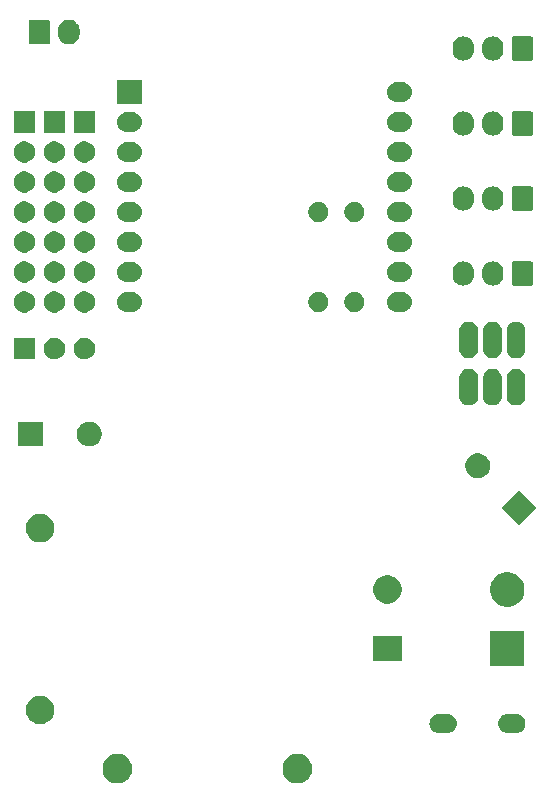
<source format=gts>
G04 #@! TF.GenerationSoftware,KiCad,Pcbnew,5.1.5+dfsg1-2build2*
G04 #@! TF.CreationDate,2020-05-08T13:19:40+02:00*
G04 #@! TF.ProjectId,powered multisensor,706f7765-7265-4642-906d-756c74697365,rev?*
G04 #@! TF.SameCoordinates,Original*
G04 #@! TF.FileFunction,Soldermask,Top*
G04 #@! TF.FilePolarity,Negative*
%FSLAX46Y46*%
G04 Gerber Fmt 4.6, Leading zero omitted, Abs format (unit mm)*
G04 Created by KiCad (PCBNEW 5.1.5+dfsg1-2build2) date 2020-05-08 13:19:40*
%MOMM*%
%LPD*%
G04 APERTURE LIST*
%ADD10C,0.100000*%
G04 APERTURE END LIST*
D10*
G36*
X79104903Y-87697075D02*
G01*
X79332571Y-87791378D01*
X79537466Y-87928285D01*
X79711715Y-88102534D01*
X79848622Y-88307429D01*
X79942925Y-88535097D01*
X79991000Y-88776787D01*
X79991000Y-89023213D01*
X79942925Y-89264903D01*
X79848622Y-89492571D01*
X79711715Y-89697466D01*
X79537466Y-89871715D01*
X79332571Y-90008622D01*
X79332570Y-90008623D01*
X79332569Y-90008623D01*
X79104903Y-90102925D01*
X78863214Y-90151000D01*
X78616786Y-90151000D01*
X78375097Y-90102925D01*
X78147431Y-90008623D01*
X78147430Y-90008623D01*
X78147429Y-90008622D01*
X77942534Y-89871715D01*
X77768285Y-89697466D01*
X77631378Y-89492571D01*
X77537075Y-89264903D01*
X77489000Y-89023213D01*
X77489000Y-88776787D01*
X77537075Y-88535097D01*
X77631378Y-88307429D01*
X77768285Y-88102534D01*
X77942534Y-87928285D01*
X78147429Y-87791378D01*
X78375097Y-87697075D01*
X78616786Y-87649000D01*
X78863214Y-87649000D01*
X79104903Y-87697075D01*
G37*
G36*
X63864903Y-87697075D02*
G01*
X64092571Y-87791378D01*
X64297466Y-87928285D01*
X64471715Y-88102534D01*
X64608622Y-88307429D01*
X64702925Y-88535097D01*
X64751000Y-88776787D01*
X64751000Y-89023213D01*
X64702925Y-89264903D01*
X64608622Y-89492571D01*
X64471715Y-89697466D01*
X64297466Y-89871715D01*
X64092571Y-90008622D01*
X64092570Y-90008623D01*
X64092569Y-90008623D01*
X63864903Y-90102925D01*
X63623214Y-90151000D01*
X63376786Y-90151000D01*
X63135097Y-90102925D01*
X62907431Y-90008623D01*
X62907430Y-90008623D01*
X62907429Y-90008622D01*
X62702534Y-89871715D01*
X62528285Y-89697466D01*
X62391378Y-89492571D01*
X62297075Y-89264903D01*
X62249000Y-89023213D01*
X62249000Y-88776787D01*
X62297075Y-88535097D01*
X62391378Y-88307429D01*
X62528285Y-88102534D01*
X62702534Y-87928285D01*
X62907429Y-87791378D01*
X63135097Y-87697075D01*
X63376786Y-87649000D01*
X63623214Y-87649000D01*
X63864903Y-87697075D01*
G37*
G36*
X91497747Y-84280921D02*
G01*
X91577376Y-84288764D01*
X91730627Y-84335252D01*
X91730630Y-84335253D01*
X91871863Y-84410744D01*
X91995659Y-84512341D01*
X92097256Y-84636137D01*
X92172747Y-84777370D01*
X92172748Y-84777373D01*
X92219236Y-84930624D01*
X92234933Y-85090000D01*
X92219236Y-85249376D01*
X92172748Y-85402627D01*
X92172747Y-85402630D01*
X92097256Y-85543863D01*
X91995659Y-85667659D01*
X91871863Y-85769256D01*
X91730630Y-85844747D01*
X91730627Y-85844748D01*
X91577376Y-85891236D01*
X91497747Y-85899079D01*
X91457934Y-85903000D01*
X90702066Y-85903000D01*
X90662253Y-85899079D01*
X90582624Y-85891236D01*
X90429373Y-85844748D01*
X90429370Y-85844747D01*
X90288137Y-85769256D01*
X90164341Y-85667659D01*
X90062744Y-85543863D01*
X89987253Y-85402630D01*
X89987252Y-85402627D01*
X89940764Y-85249376D01*
X89925067Y-85090000D01*
X89940764Y-84930624D01*
X89987252Y-84777373D01*
X89987253Y-84777370D01*
X90062744Y-84636137D01*
X90164341Y-84512341D01*
X90288137Y-84410744D01*
X90429370Y-84335253D01*
X90429373Y-84335252D01*
X90582624Y-84288764D01*
X90662253Y-84280921D01*
X90702066Y-84277000D01*
X91457934Y-84277000D01*
X91497747Y-84280921D01*
G37*
G36*
X97317747Y-84280921D02*
G01*
X97397376Y-84288764D01*
X97550627Y-84335252D01*
X97550630Y-84335253D01*
X97691863Y-84410744D01*
X97815659Y-84512341D01*
X97917256Y-84636137D01*
X97992747Y-84777370D01*
X97992748Y-84777373D01*
X98039236Y-84930624D01*
X98054933Y-85090000D01*
X98039236Y-85249376D01*
X97992748Y-85402627D01*
X97992747Y-85402630D01*
X97917256Y-85543863D01*
X97815659Y-85667659D01*
X97691863Y-85769256D01*
X97550630Y-85844747D01*
X97550627Y-85844748D01*
X97397376Y-85891236D01*
X97317747Y-85899079D01*
X97277934Y-85903000D01*
X96522066Y-85903000D01*
X96482253Y-85899079D01*
X96402624Y-85891236D01*
X96249373Y-85844748D01*
X96249370Y-85844747D01*
X96108137Y-85769256D01*
X95984341Y-85667659D01*
X95882744Y-85543863D01*
X95807253Y-85402630D01*
X95807252Y-85402627D01*
X95760764Y-85249376D01*
X95745067Y-85090000D01*
X95760764Y-84930624D01*
X95807252Y-84777373D01*
X95807253Y-84777370D01*
X95882744Y-84636137D01*
X95984341Y-84512341D01*
X96108137Y-84410744D01*
X96249370Y-84335253D01*
X96249373Y-84335252D01*
X96402624Y-84288764D01*
X96482253Y-84280921D01*
X96522066Y-84277000D01*
X97277934Y-84277000D01*
X97317747Y-84280921D01*
G37*
G36*
X57310318Y-82785153D02*
G01*
X57528885Y-82875687D01*
X57528887Y-82875688D01*
X57725593Y-83007122D01*
X57892878Y-83174407D01*
X58024312Y-83371113D01*
X58024313Y-83371115D01*
X58114847Y-83589682D01*
X58161000Y-83821710D01*
X58161000Y-84058290D01*
X58114847Y-84290318D01*
X58064964Y-84410745D01*
X58024312Y-84508887D01*
X57892878Y-84705593D01*
X57725593Y-84872878D01*
X57528887Y-85004312D01*
X57528886Y-85004313D01*
X57528885Y-85004313D01*
X57310318Y-85094847D01*
X57078290Y-85141000D01*
X56841710Y-85141000D01*
X56609682Y-85094847D01*
X56391115Y-85004313D01*
X56391114Y-85004313D01*
X56391113Y-85004312D01*
X56194407Y-84872878D01*
X56027122Y-84705593D01*
X55895688Y-84508887D01*
X55855036Y-84410745D01*
X55805153Y-84290318D01*
X55759000Y-84058290D01*
X55759000Y-83821710D01*
X55805153Y-83589682D01*
X55895687Y-83371115D01*
X55895688Y-83371113D01*
X56027122Y-83174407D01*
X56194407Y-83007122D01*
X56391113Y-82875688D01*
X56391115Y-82875687D01*
X56609682Y-82785153D01*
X56841710Y-82739000D01*
X57078290Y-82739000D01*
X57310318Y-82785153D01*
G37*
G36*
X97971000Y-80191000D02*
G01*
X95069000Y-80191000D01*
X95069000Y-77289000D01*
X97971000Y-77289000D01*
X97971000Y-80191000D01*
G37*
G36*
X87561000Y-79791000D02*
G01*
X85159000Y-79791000D01*
X85159000Y-77689000D01*
X87561000Y-77689000D01*
X87561000Y-79791000D01*
G37*
G36*
X96943241Y-72344760D02*
G01*
X97207305Y-72454139D01*
X97444958Y-72612934D01*
X97647066Y-72815042D01*
X97805861Y-73052695D01*
X97915240Y-73316759D01*
X97971000Y-73597088D01*
X97971000Y-73882912D01*
X97915240Y-74163241D01*
X97805861Y-74427305D01*
X97647066Y-74664958D01*
X97444958Y-74867066D01*
X97207305Y-75025861D01*
X96943241Y-75135240D01*
X96662912Y-75191000D01*
X96377088Y-75191000D01*
X96096759Y-75135240D01*
X95832695Y-75025861D01*
X95595042Y-74867066D01*
X95392934Y-74664958D01*
X95234139Y-74427305D01*
X95124760Y-74163241D01*
X95069000Y-73882912D01*
X95069000Y-73597088D01*
X95124760Y-73316759D01*
X95234139Y-73052695D01*
X95392934Y-72815042D01*
X95595042Y-72612934D01*
X95832695Y-72454139D01*
X96096759Y-72344760D01*
X96377088Y-72289000D01*
X96662912Y-72289000D01*
X96943241Y-72344760D01*
G37*
G36*
X86710318Y-72585153D02*
G01*
X86928885Y-72675687D01*
X86928887Y-72675688D01*
X87125593Y-72807122D01*
X87292878Y-72974407D01*
X87345187Y-73052694D01*
X87424313Y-73171115D01*
X87514847Y-73389682D01*
X87561000Y-73621710D01*
X87561000Y-73858290D01*
X87514847Y-74090318D01*
X87484641Y-74163241D01*
X87424312Y-74308887D01*
X87292878Y-74505593D01*
X87125593Y-74672878D01*
X86928887Y-74804312D01*
X86928886Y-74804313D01*
X86928885Y-74804313D01*
X86710318Y-74894847D01*
X86478290Y-74941000D01*
X86241710Y-74941000D01*
X86009682Y-74894847D01*
X85791115Y-74804313D01*
X85791114Y-74804313D01*
X85791113Y-74804312D01*
X85594407Y-74672878D01*
X85427122Y-74505593D01*
X85295688Y-74308887D01*
X85235359Y-74163241D01*
X85205153Y-74090318D01*
X85159000Y-73858290D01*
X85159000Y-73621710D01*
X85205153Y-73389682D01*
X85295687Y-73171115D01*
X85374813Y-73052694D01*
X85427122Y-72974407D01*
X85594407Y-72807122D01*
X85791113Y-72675688D01*
X85791115Y-72675687D01*
X86009682Y-72585153D01*
X86241710Y-72539000D01*
X86478290Y-72539000D01*
X86710318Y-72585153D01*
G37*
G36*
X57310318Y-67385153D02*
G01*
X57528885Y-67475687D01*
X57528887Y-67475688D01*
X57725593Y-67607122D01*
X57892878Y-67774407D01*
X58024312Y-67971113D01*
X58024313Y-67971115D01*
X58114847Y-68189682D01*
X58161000Y-68421710D01*
X58161000Y-68658290D01*
X58114847Y-68890318D01*
X58024313Y-69108885D01*
X58024312Y-69108887D01*
X57892878Y-69305593D01*
X57725593Y-69472878D01*
X57528887Y-69604312D01*
X57528886Y-69604313D01*
X57528885Y-69604313D01*
X57310318Y-69694847D01*
X57078290Y-69741000D01*
X56841710Y-69741000D01*
X56609682Y-69694847D01*
X56391115Y-69604313D01*
X56391114Y-69604313D01*
X56391113Y-69604312D01*
X56194407Y-69472878D01*
X56027122Y-69305593D01*
X55895688Y-69108887D01*
X55895687Y-69108885D01*
X55805153Y-68890318D01*
X55759000Y-68658290D01*
X55759000Y-68421710D01*
X55805153Y-68189682D01*
X55895687Y-67971115D01*
X55895688Y-67971113D01*
X56027122Y-67774407D01*
X56194407Y-67607122D01*
X56391113Y-67475688D01*
X56391115Y-67475687D01*
X56609682Y-67385153D01*
X56841710Y-67339000D01*
X57078290Y-67339000D01*
X57310318Y-67385153D01*
G37*
G36*
X99022338Y-66802000D02*
G01*
X97536000Y-68288338D01*
X96049662Y-66802000D01*
X97536000Y-65315662D01*
X99022338Y-66802000D01*
G37*
G36*
X94307030Y-62255855D02*
G01*
X94498299Y-62335081D01*
X94498301Y-62335082D01*
X94670439Y-62450101D01*
X94816831Y-62596493D01*
X94931851Y-62768633D01*
X95011077Y-62959902D01*
X95051466Y-63162950D01*
X95051466Y-63369982D01*
X95011077Y-63573030D01*
X94931851Y-63764299D01*
X94931850Y-63764301D01*
X94816831Y-63936439D01*
X94670439Y-64082831D01*
X94498301Y-64197850D01*
X94498300Y-64197851D01*
X94498299Y-64197851D01*
X94307030Y-64277077D01*
X94103982Y-64317466D01*
X93896950Y-64317466D01*
X93693902Y-64277077D01*
X93502633Y-64197851D01*
X93502632Y-64197851D01*
X93502631Y-64197850D01*
X93330493Y-64082831D01*
X93184101Y-63936439D01*
X93069082Y-63764301D01*
X93069081Y-63764299D01*
X92989855Y-63573030D01*
X92949466Y-63369982D01*
X92949466Y-63162950D01*
X92989855Y-62959902D01*
X93069081Y-62768633D01*
X93184101Y-62596493D01*
X93330493Y-62450101D01*
X93502631Y-62335082D01*
X93502633Y-62335081D01*
X93693902Y-62255855D01*
X93896950Y-62215466D01*
X94103982Y-62215466D01*
X94307030Y-62255855D01*
G37*
G36*
X57185000Y-61630000D02*
G01*
X55083000Y-61630000D01*
X55083000Y-59528000D01*
X57185000Y-59528000D01*
X57185000Y-61630000D01*
G37*
G36*
X61440564Y-59568389D02*
G01*
X61631833Y-59647615D01*
X61631835Y-59647616D01*
X61803973Y-59762635D01*
X61950365Y-59909027D01*
X62065385Y-60081167D01*
X62144611Y-60272436D01*
X62185000Y-60475484D01*
X62185000Y-60682516D01*
X62144611Y-60885564D01*
X62065385Y-61076833D01*
X62065384Y-61076835D01*
X61950365Y-61248973D01*
X61803973Y-61395365D01*
X61631835Y-61510384D01*
X61631834Y-61510385D01*
X61631833Y-61510385D01*
X61440564Y-61589611D01*
X61237516Y-61630000D01*
X61030484Y-61630000D01*
X60827436Y-61589611D01*
X60636167Y-61510385D01*
X60636166Y-61510385D01*
X60636165Y-61510384D01*
X60464027Y-61395365D01*
X60317635Y-61248973D01*
X60202616Y-61076835D01*
X60202615Y-61076833D01*
X60123389Y-60885564D01*
X60083000Y-60682516D01*
X60083000Y-60475484D01*
X60123389Y-60272436D01*
X60202615Y-60081167D01*
X60317635Y-59909027D01*
X60464027Y-59762635D01*
X60636165Y-59647616D01*
X60636167Y-59647615D01*
X60827436Y-59568389D01*
X61030484Y-59528000D01*
X61237516Y-59528000D01*
X61440564Y-59568389D01*
G37*
G36*
X93407023Y-55070590D02*
G01*
X93507682Y-55101125D01*
X93558013Y-55116392D01*
X93697165Y-55190771D01*
X93819133Y-55290867D01*
X93919229Y-55412835D01*
X93993608Y-55551987D01*
X93993608Y-55551988D01*
X94039410Y-55702977D01*
X94051000Y-55820655D01*
X94051000Y-57399345D01*
X94039410Y-57517023D01*
X94008875Y-57617682D01*
X93993608Y-57668013D01*
X93919230Y-57807164D01*
X93919229Y-57807165D01*
X93819133Y-57929133D01*
X93697164Y-58029229D01*
X93558012Y-58103608D01*
X93507681Y-58118875D01*
X93407022Y-58149410D01*
X93250000Y-58164875D01*
X93092977Y-58149410D01*
X92992318Y-58118875D01*
X92941987Y-58103608D01*
X92802835Y-58029229D01*
X92680867Y-57929133D01*
X92580771Y-57807164D01*
X92506393Y-57668013D01*
X92506392Y-57668012D01*
X92491125Y-57617681D01*
X92460590Y-57517022D01*
X92449000Y-57399344D01*
X92449001Y-55820655D01*
X92460591Y-55702977D01*
X92506393Y-55551988D01*
X92506393Y-55551987D01*
X92580772Y-55412835D01*
X92680868Y-55290867D01*
X92802836Y-55190771D01*
X92941988Y-55116392D01*
X92992319Y-55101125D01*
X93092978Y-55070590D01*
X93250000Y-55055125D01*
X93407023Y-55070590D01*
G37*
G36*
X95407023Y-55070590D02*
G01*
X95507682Y-55101125D01*
X95558013Y-55116392D01*
X95697165Y-55190771D01*
X95819133Y-55290867D01*
X95919229Y-55412835D01*
X95993608Y-55551987D01*
X95993608Y-55551988D01*
X96039410Y-55702977D01*
X96051000Y-55820655D01*
X96051000Y-57399345D01*
X96039410Y-57517023D01*
X96008875Y-57617682D01*
X95993608Y-57668013D01*
X95919230Y-57807164D01*
X95919229Y-57807165D01*
X95819133Y-57929133D01*
X95697164Y-58029229D01*
X95558012Y-58103608D01*
X95507681Y-58118875D01*
X95407022Y-58149410D01*
X95250000Y-58164875D01*
X95092977Y-58149410D01*
X94992318Y-58118875D01*
X94941987Y-58103608D01*
X94802835Y-58029229D01*
X94680867Y-57929133D01*
X94580771Y-57807164D01*
X94506393Y-57668013D01*
X94506392Y-57668012D01*
X94491125Y-57617681D01*
X94460590Y-57517022D01*
X94449000Y-57399344D01*
X94449001Y-55820655D01*
X94460591Y-55702977D01*
X94506393Y-55551988D01*
X94506393Y-55551987D01*
X94580772Y-55412835D01*
X94680868Y-55290867D01*
X94802836Y-55190771D01*
X94941988Y-55116392D01*
X94992319Y-55101125D01*
X95092978Y-55070590D01*
X95250000Y-55055125D01*
X95407023Y-55070590D01*
G37*
G36*
X97407023Y-55070590D02*
G01*
X97507682Y-55101125D01*
X97558013Y-55116392D01*
X97697165Y-55190771D01*
X97819133Y-55290867D01*
X97919229Y-55412835D01*
X97993608Y-55551987D01*
X97993608Y-55551988D01*
X98039410Y-55702977D01*
X98051000Y-55820655D01*
X98051000Y-57399345D01*
X98039410Y-57517023D01*
X98008875Y-57617682D01*
X97993608Y-57668013D01*
X97919230Y-57807164D01*
X97919229Y-57807165D01*
X97819133Y-57929133D01*
X97697164Y-58029229D01*
X97558012Y-58103608D01*
X97507681Y-58118875D01*
X97407022Y-58149410D01*
X97250000Y-58164875D01*
X97092977Y-58149410D01*
X96992318Y-58118875D01*
X96941987Y-58103608D01*
X96802835Y-58029229D01*
X96680867Y-57929133D01*
X96580771Y-57807164D01*
X96506393Y-57668013D01*
X96506392Y-57668012D01*
X96491125Y-57617681D01*
X96460590Y-57517022D01*
X96449000Y-57399344D01*
X96449001Y-55820655D01*
X96460591Y-55702977D01*
X96506393Y-55551988D01*
X96506393Y-55551987D01*
X96580772Y-55412835D01*
X96680868Y-55290867D01*
X96802836Y-55190771D01*
X96941988Y-55116392D01*
X96992319Y-55101125D01*
X97092978Y-55070590D01*
X97250000Y-55055125D01*
X97407023Y-55070590D01*
G37*
G36*
X58279512Y-52443927D02*
G01*
X58428812Y-52473624D01*
X58592784Y-52541544D01*
X58740354Y-52640147D01*
X58865853Y-52765646D01*
X58964456Y-52913216D01*
X59032376Y-53077188D01*
X59067000Y-53251259D01*
X59067000Y-53428741D01*
X59032376Y-53602812D01*
X58964456Y-53766784D01*
X58865853Y-53914354D01*
X58740354Y-54039853D01*
X58592784Y-54138456D01*
X58428812Y-54206376D01*
X58279512Y-54236073D01*
X58254742Y-54241000D01*
X58077258Y-54241000D01*
X58052488Y-54236073D01*
X57903188Y-54206376D01*
X57739216Y-54138456D01*
X57591646Y-54039853D01*
X57466147Y-53914354D01*
X57367544Y-53766784D01*
X57299624Y-53602812D01*
X57265000Y-53428741D01*
X57265000Y-53251259D01*
X57299624Y-53077188D01*
X57367544Y-52913216D01*
X57466147Y-52765646D01*
X57591646Y-52640147D01*
X57739216Y-52541544D01*
X57903188Y-52473624D01*
X58052488Y-52443927D01*
X58077258Y-52439000D01*
X58254742Y-52439000D01*
X58279512Y-52443927D01*
G37*
G36*
X56527000Y-54241000D02*
G01*
X54725000Y-54241000D01*
X54725000Y-52439000D01*
X56527000Y-52439000D01*
X56527000Y-54241000D01*
G37*
G36*
X60819512Y-52443927D02*
G01*
X60968812Y-52473624D01*
X61132784Y-52541544D01*
X61280354Y-52640147D01*
X61405853Y-52765646D01*
X61504456Y-52913216D01*
X61572376Y-53077188D01*
X61607000Y-53251259D01*
X61607000Y-53428741D01*
X61572376Y-53602812D01*
X61504456Y-53766784D01*
X61405853Y-53914354D01*
X61280354Y-54039853D01*
X61132784Y-54138456D01*
X60968812Y-54206376D01*
X60819512Y-54236073D01*
X60794742Y-54241000D01*
X60617258Y-54241000D01*
X60592488Y-54236073D01*
X60443188Y-54206376D01*
X60279216Y-54138456D01*
X60131646Y-54039853D01*
X60006147Y-53914354D01*
X59907544Y-53766784D01*
X59839624Y-53602812D01*
X59805000Y-53428741D01*
X59805000Y-53251259D01*
X59839624Y-53077188D01*
X59907544Y-52913216D01*
X60006147Y-52765646D01*
X60131646Y-52640147D01*
X60279216Y-52541544D01*
X60443188Y-52473624D01*
X60592488Y-52443927D01*
X60617258Y-52439000D01*
X60794742Y-52439000D01*
X60819512Y-52443927D01*
G37*
G36*
X93407023Y-51070590D02*
G01*
X93507682Y-51101125D01*
X93558013Y-51116392D01*
X93697165Y-51190771D01*
X93819133Y-51290867D01*
X93919229Y-51412835D01*
X93993608Y-51551987D01*
X93993608Y-51551988D01*
X94039410Y-51702977D01*
X94051000Y-51820655D01*
X94051000Y-53399345D01*
X94039410Y-53517023D01*
X94013386Y-53602812D01*
X93993608Y-53668013D01*
X93940814Y-53766782D01*
X93919229Y-53807165D01*
X93819133Y-53929133D01*
X93697164Y-54029229D01*
X93558012Y-54103608D01*
X93507681Y-54118875D01*
X93407022Y-54149410D01*
X93250000Y-54164875D01*
X93092977Y-54149410D01*
X92992318Y-54118875D01*
X92941987Y-54103608D01*
X92802835Y-54029229D01*
X92680867Y-53929133D01*
X92580771Y-53807164D01*
X92506393Y-53668013D01*
X92506392Y-53668012D01*
X92486614Y-53602811D01*
X92460590Y-53517022D01*
X92449000Y-53399344D01*
X92449001Y-51820655D01*
X92460591Y-51702977D01*
X92506393Y-51551988D01*
X92506393Y-51551987D01*
X92580772Y-51412835D01*
X92680868Y-51290867D01*
X92802836Y-51190771D01*
X92941988Y-51116392D01*
X92992319Y-51101125D01*
X93092978Y-51070590D01*
X93250000Y-51055125D01*
X93407023Y-51070590D01*
G37*
G36*
X97407023Y-51070590D02*
G01*
X97507682Y-51101125D01*
X97558013Y-51116392D01*
X97697165Y-51190771D01*
X97819133Y-51290867D01*
X97919229Y-51412835D01*
X97993608Y-51551987D01*
X97993608Y-51551988D01*
X98039410Y-51702977D01*
X98051000Y-51820655D01*
X98051000Y-53399345D01*
X98039410Y-53517023D01*
X98013386Y-53602812D01*
X97993608Y-53668013D01*
X97940814Y-53766782D01*
X97919229Y-53807165D01*
X97819133Y-53929133D01*
X97697164Y-54029229D01*
X97558012Y-54103608D01*
X97507681Y-54118875D01*
X97407022Y-54149410D01*
X97250000Y-54164875D01*
X97092977Y-54149410D01*
X96992318Y-54118875D01*
X96941987Y-54103608D01*
X96802835Y-54029229D01*
X96680867Y-53929133D01*
X96580771Y-53807164D01*
X96506393Y-53668013D01*
X96506392Y-53668012D01*
X96486614Y-53602811D01*
X96460590Y-53517022D01*
X96449000Y-53399344D01*
X96449001Y-51820655D01*
X96460591Y-51702977D01*
X96506393Y-51551988D01*
X96506393Y-51551987D01*
X96580772Y-51412835D01*
X96680868Y-51290867D01*
X96802836Y-51190771D01*
X96941988Y-51116392D01*
X96992319Y-51101125D01*
X97092978Y-51070590D01*
X97250000Y-51055125D01*
X97407023Y-51070590D01*
G37*
G36*
X95407023Y-51070590D02*
G01*
X95507682Y-51101125D01*
X95558013Y-51116392D01*
X95697165Y-51190771D01*
X95819133Y-51290867D01*
X95919229Y-51412835D01*
X95993608Y-51551987D01*
X95993608Y-51551988D01*
X96039410Y-51702977D01*
X96051000Y-51820655D01*
X96051000Y-53399345D01*
X96039410Y-53517023D01*
X96013386Y-53602812D01*
X95993608Y-53668013D01*
X95940814Y-53766782D01*
X95919229Y-53807165D01*
X95819133Y-53929133D01*
X95697164Y-54029229D01*
X95558012Y-54103608D01*
X95507681Y-54118875D01*
X95407022Y-54149410D01*
X95250000Y-54164875D01*
X95092977Y-54149410D01*
X94992318Y-54118875D01*
X94941987Y-54103608D01*
X94802835Y-54029229D01*
X94680867Y-53929133D01*
X94580771Y-53807164D01*
X94506393Y-53668013D01*
X94506392Y-53668012D01*
X94486614Y-53602811D01*
X94460590Y-53517022D01*
X94449000Y-53399344D01*
X94449001Y-51820655D01*
X94460591Y-51702977D01*
X94506393Y-51551988D01*
X94506393Y-51551987D01*
X94580772Y-51412835D01*
X94680868Y-51290867D01*
X94802836Y-51190771D01*
X94941988Y-51116392D01*
X94992319Y-51101125D01*
X95092978Y-51070590D01*
X95250000Y-51055125D01*
X95407023Y-51070590D01*
G37*
G36*
X58279512Y-48506927D02*
G01*
X58428812Y-48536624D01*
X58592784Y-48604544D01*
X58740354Y-48703147D01*
X58865853Y-48828646D01*
X58964456Y-48976216D01*
X59032376Y-49140188D01*
X59067000Y-49314259D01*
X59067000Y-49491741D01*
X59032376Y-49665812D01*
X58964456Y-49829784D01*
X58865853Y-49977354D01*
X58740354Y-50102853D01*
X58592784Y-50201456D01*
X58428812Y-50269376D01*
X58279512Y-50299073D01*
X58254742Y-50304000D01*
X58077258Y-50304000D01*
X58052488Y-50299073D01*
X57903188Y-50269376D01*
X57739216Y-50201456D01*
X57591646Y-50102853D01*
X57466147Y-49977354D01*
X57367544Y-49829784D01*
X57299624Y-49665812D01*
X57265000Y-49491741D01*
X57265000Y-49314259D01*
X57299624Y-49140188D01*
X57367544Y-48976216D01*
X57466147Y-48828646D01*
X57591646Y-48703147D01*
X57739216Y-48604544D01*
X57903188Y-48536624D01*
X58052488Y-48506927D01*
X58077258Y-48502000D01*
X58254742Y-48502000D01*
X58279512Y-48506927D01*
G37*
G36*
X55739512Y-48506927D02*
G01*
X55888812Y-48536624D01*
X56052784Y-48604544D01*
X56200354Y-48703147D01*
X56325853Y-48828646D01*
X56424456Y-48976216D01*
X56492376Y-49140188D01*
X56527000Y-49314259D01*
X56527000Y-49491741D01*
X56492376Y-49665812D01*
X56424456Y-49829784D01*
X56325853Y-49977354D01*
X56200354Y-50102853D01*
X56052784Y-50201456D01*
X55888812Y-50269376D01*
X55739512Y-50299073D01*
X55714742Y-50304000D01*
X55537258Y-50304000D01*
X55512488Y-50299073D01*
X55363188Y-50269376D01*
X55199216Y-50201456D01*
X55051646Y-50102853D01*
X54926147Y-49977354D01*
X54827544Y-49829784D01*
X54759624Y-49665812D01*
X54725000Y-49491741D01*
X54725000Y-49314259D01*
X54759624Y-49140188D01*
X54827544Y-48976216D01*
X54926147Y-48828646D01*
X55051646Y-48703147D01*
X55199216Y-48604544D01*
X55363188Y-48536624D01*
X55512488Y-48506927D01*
X55537258Y-48502000D01*
X55714742Y-48502000D01*
X55739512Y-48506927D01*
G37*
G36*
X60819512Y-48506927D02*
G01*
X60968812Y-48536624D01*
X61132784Y-48604544D01*
X61280354Y-48703147D01*
X61405853Y-48828646D01*
X61504456Y-48976216D01*
X61572376Y-49140188D01*
X61607000Y-49314259D01*
X61607000Y-49491741D01*
X61572376Y-49665812D01*
X61504456Y-49829784D01*
X61405853Y-49977354D01*
X61280354Y-50102853D01*
X61132784Y-50201456D01*
X60968812Y-50269376D01*
X60819512Y-50299073D01*
X60794742Y-50304000D01*
X60617258Y-50304000D01*
X60592488Y-50299073D01*
X60443188Y-50269376D01*
X60279216Y-50201456D01*
X60131646Y-50102853D01*
X60006147Y-49977354D01*
X59907544Y-49829784D01*
X59839624Y-49665812D01*
X59805000Y-49491741D01*
X59805000Y-49314259D01*
X59839624Y-49140188D01*
X59907544Y-48976216D01*
X60006147Y-48828646D01*
X60131646Y-48703147D01*
X60279216Y-48604544D01*
X60443188Y-48536624D01*
X60592488Y-48506927D01*
X60617258Y-48502000D01*
X60794742Y-48502000D01*
X60819512Y-48506927D01*
G37*
G36*
X87742823Y-48564313D02*
G01*
X87903242Y-48612976D01*
X87970361Y-48648852D01*
X88051078Y-48691996D01*
X88180659Y-48798341D01*
X88287004Y-48927922D01*
X88287005Y-48927924D01*
X88366024Y-49075758D01*
X88414687Y-49236177D01*
X88431117Y-49403000D01*
X88414687Y-49569823D01*
X88366024Y-49730242D01*
X88295114Y-49862906D01*
X88287004Y-49878078D01*
X88180659Y-50007659D01*
X88051078Y-50114004D01*
X88051076Y-50114005D01*
X87903242Y-50193024D01*
X87742823Y-50241687D01*
X87617804Y-50254000D01*
X87134196Y-50254000D01*
X87009177Y-50241687D01*
X86848758Y-50193024D01*
X86700924Y-50114005D01*
X86700922Y-50114004D01*
X86571341Y-50007659D01*
X86464996Y-49878078D01*
X86456886Y-49862906D01*
X86385976Y-49730242D01*
X86337313Y-49569823D01*
X86320883Y-49403000D01*
X86337313Y-49236177D01*
X86385976Y-49075758D01*
X86464995Y-48927924D01*
X86464996Y-48927922D01*
X86571341Y-48798341D01*
X86700922Y-48691996D01*
X86781639Y-48648852D01*
X86848758Y-48612976D01*
X87009177Y-48564313D01*
X87134196Y-48552000D01*
X87617804Y-48552000D01*
X87742823Y-48564313D01*
G37*
G36*
X83814228Y-48584703D02*
G01*
X83969100Y-48648853D01*
X84108481Y-48741985D01*
X84227015Y-48860519D01*
X84320147Y-48999900D01*
X84384297Y-49154772D01*
X84417000Y-49319184D01*
X84417000Y-49486816D01*
X84384297Y-49651228D01*
X84320147Y-49806100D01*
X84227015Y-49945481D01*
X84108481Y-50064015D01*
X83969100Y-50157147D01*
X83814228Y-50221297D01*
X83649816Y-50254000D01*
X83482184Y-50254000D01*
X83317772Y-50221297D01*
X83162900Y-50157147D01*
X83023519Y-50064015D01*
X82904985Y-49945481D01*
X82811853Y-49806100D01*
X82747703Y-49651228D01*
X82715000Y-49486816D01*
X82715000Y-49319184D01*
X82747703Y-49154772D01*
X82811853Y-48999900D01*
X82904985Y-48860519D01*
X83023519Y-48741985D01*
X83162900Y-48648853D01*
X83317772Y-48584703D01*
X83482184Y-48552000D01*
X83649816Y-48552000D01*
X83814228Y-48584703D01*
G37*
G36*
X64882823Y-48564313D02*
G01*
X65043242Y-48612976D01*
X65110361Y-48648852D01*
X65191078Y-48691996D01*
X65320659Y-48798341D01*
X65427004Y-48927922D01*
X65427005Y-48927924D01*
X65506024Y-49075758D01*
X65554687Y-49236177D01*
X65571117Y-49403000D01*
X65554687Y-49569823D01*
X65506024Y-49730242D01*
X65435114Y-49862906D01*
X65427004Y-49878078D01*
X65320659Y-50007659D01*
X65191078Y-50114004D01*
X65191076Y-50114005D01*
X65043242Y-50193024D01*
X64882823Y-50241687D01*
X64757804Y-50254000D01*
X64274196Y-50254000D01*
X64149177Y-50241687D01*
X63988758Y-50193024D01*
X63840924Y-50114005D01*
X63840922Y-50114004D01*
X63711341Y-50007659D01*
X63604996Y-49878078D01*
X63596886Y-49862906D01*
X63525976Y-49730242D01*
X63477313Y-49569823D01*
X63460883Y-49403000D01*
X63477313Y-49236177D01*
X63525976Y-49075758D01*
X63604995Y-48927924D01*
X63604996Y-48927922D01*
X63711341Y-48798341D01*
X63840922Y-48691996D01*
X63921639Y-48648852D01*
X63988758Y-48612976D01*
X64149177Y-48564313D01*
X64274196Y-48552000D01*
X64757804Y-48552000D01*
X64882823Y-48564313D01*
G37*
G36*
X80766228Y-48584703D02*
G01*
X80921100Y-48648853D01*
X81060481Y-48741985D01*
X81179015Y-48860519D01*
X81272147Y-48999900D01*
X81336297Y-49154772D01*
X81369000Y-49319184D01*
X81369000Y-49486816D01*
X81336297Y-49651228D01*
X81272147Y-49806100D01*
X81179015Y-49945481D01*
X81060481Y-50064015D01*
X80921100Y-50157147D01*
X80766228Y-50221297D01*
X80601816Y-50254000D01*
X80434184Y-50254000D01*
X80269772Y-50221297D01*
X80114900Y-50157147D01*
X79975519Y-50064015D01*
X79856985Y-49945481D01*
X79763853Y-49806100D01*
X79699703Y-49651228D01*
X79667000Y-49486816D01*
X79667000Y-49319184D01*
X79699703Y-49154772D01*
X79763853Y-48999900D01*
X79856985Y-48860519D01*
X79975519Y-48741985D01*
X80114900Y-48648853D01*
X80269772Y-48584703D01*
X80434184Y-48552000D01*
X80601816Y-48552000D01*
X80766228Y-48584703D01*
G37*
G36*
X95466627Y-45977037D02*
G01*
X95636466Y-46028557D01*
X95792991Y-46112222D01*
X95828729Y-46141552D01*
X95930186Y-46224814D01*
X96013448Y-46326271D01*
X96042778Y-46362009D01*
X96126443Y-46518534D01*
X96177963Y-46688374D01*
X96191000Y-46820743D01*
X96191000Y-47159258D01*
X96177963Y-47291627D01*
X96126443Y-47461466D01*
X96042778Y-47617991D01*
X96014027Y-47653024D01*
X95930186Y-47755186D01*
X95792989Y-47867779D01*
X95636467Y-47951442D01*
X95636465Y-47951443D01*
X95466626Y-48002963D01*
X95290000Y-48020359D01*
X95113373Y-48002963D01*
X94943534Y-47951443D01*
X94787009Y-47867778D01*
X94744750Y-47833097D01*
X94649814Y-47755186D01*
X94537221Y-47617989D01*
X94453558Y-47461467D01*
X94446243Y-47437353D01*
X94402037Y-47291626D01*
X94389000Y-47159257D01*
X94389000Y-46820742D01*
X94402037Y-46688373D01*
X94453557Y-46518534D01*
X94537222Y-46362009D01*
X94649815Y-46224815D01*
X94787010Y-46112222D01*
X94943535Y-46028557D01*
X95113374Y-45977037D01*
X95290000Y-45959641D01*
X95466627Y-45977037D01*
G37*
G36*
X92966627Y-45977037D02*
G01*
X93136466Y-46028557D01*
X93292991Y-46112222D01*
X93328729Y-46141552D01*
X93430186Y-46224814D01*
X93513448Y-46326271D01*
X93542778Y-46362009D01*
X93626443Y-46518534D01*
X93677963Y-46688374D01*
X93691000Y-46820743D01*
X93691000Y-47159258D01*
X93677963Y-47291627D01*
X93626443Y-47461466D01*
X93542778Y-47617991D01*
X93514027Y-47653024D01*
X93430186Y-47755186D01*
X93292989Y-47867779D01*
X93136467Y-47951442D01*
X93136465Y-47951443D01*
X92966626Y-48002963D01*
X92790000Y-48020359D01*
X92613373Y-48002963D01*
X92443534Y-47951443D01*
X92287009Y-47867778D01*
X92244750Y-47833097D01*
X92149814Y-47755186D01*
X92037221Y-47617989D01*
X91953558Y-47461467D01*
X91946243Y-47437353D01*
X91902037Y-47291626D01*
X91889000Y-47159257D01*
X91889000Y-46820742D01*
X91902037Y-46688373D01*
X91953557Y-46518534D01*
X92037222Y-46362009D01*
X92149815Y-46224815D01*
X92287010Y-46112222D01*
X92443535Y-46028557D01*
X92613374Y-45977037D01*
X92790000Y-45959641D01*
X92966627Y-45977037D01*
G37*
G36*
X98548600Y-45967989D02*
G01*
X98581652Y-45978015D01*
X98612103Y-45994292D01*
X98638799Y-46016201D01*
X98660708Y-46042897D01*
X98676985Y-46073348D01*
X98687011Y-46106400D01*
X98691000Y-46146903D01*
X98691000Y-47833097D01*
X98687011Y-47873600D01*
X98676985Y-47906652D01*
X98660708Y-47937103D01*
X98638799Y-47963799D01*
X98612103Y-47985708D01*
X98581652Y-48001985D01*
X98548600Y-48012011D01*
X98508097Y-48016000D01*
X97071903Y-48016000D01*
X97031400Y-48012011D01*
X96998348Y-48001985D01*
X96967897Y-47985708D01*
X96941201Y-47963799D01*
X96919292Y-47937103D01*
X96903015Y-47906652D01*
X96892989Y-47873600D01*
X96889000Y-47833097D01*
X96889000Y-46146903D01*
X96892989Y-46106400D01*
X96903015Y-46073348D01*
X96919292Y-46042897D01*
X96941201Y-46016201D01*
X96967897Y-45994292D01*
X96998348Y-45978015D01*
X97031400Y-45967989D01*
X97071903Y-45964000D01*
X98508097Y-45964000D01*
X98548600Y-45967989D01*
G37*
G36*
X60819512Y-45966927D02*
G01*
X60968812Y-45996624D01*
X61132784Y-46064544D01*
X61280354Y-46163147D01*
X61405853Y-46288646D01*
X61504456Y-46436216D01*
X61572376Y-46600188D01*
X61607000Y-46774259D01*
X61607000Y-46951741D01*
X61572376Y-47125812D01*
X61504456Y-47289784D01*
X61405853Y-47437354D01*
X61280354Y-47562853D01*
X61132784Y-47661456D01*
X60968812Y-47729376D01*
X60819512Y-47759073D01*
X60794742Y-47764000D01*
X60617258Y-47764000D01*
X60592488Y-47759073D01*
X60443188Y-47729376D01*
X60279216Y-47661456D01*
X60131646Y-47562853D01*
X60006147Y-47437354D01*
X59907544Y-47289784D01*
X59839624Y-47125812D01*
X59805000Y-46951741D01*
X59805000Y-46774259D01*
X59839624Y-46600188D01*
X59907544Y-46436216D01*
X60006147Y-46288646D01*
X60131646Y-46163147D01*
X60279216Y-46064544D01*
X60443188Y-45996624D01*
X60592488Y-45966927D01*
X60617258Y-45962000D01*
X60794742Y-45962000D01*
X60819512Y-45966927D01*
G37*
G36*
X58279512Y-45966927D02*
G01*
X58428812Y-45996624D01*
X58592784Y-46064544D01*
X58740354Y-46163147D01*
X58865853Y-46288646D01*
X58964456Y-46436216D01*
X59032376Y-46600188D01*
X59067000Y-46774259D01*
X59067000Y-46951741D01*
X59032376Y-47125812D01*
X58964456Y-47289784D01*
X58865853Y-47437354D01*
X58740354Y-47562853D01*
X58592784Y-47661456D01*
X58428812Y-47729376D01*
X58279512Y-47759073D01*
X58254742Y-47764000D01*
X58077258Y-47764000D01*
X58052488Y-47759073D01*
X57903188Y-47729376D01*
X57739216Y-47661456D01*
X57591646Y-47562853D01*
X57466147Y-47437354D01*
X57367544Y-47289784D01*
X57299624Y-47125812D01*
X57265000Y-46951741D01*
X57265000Y-46774259D01*
X57299624Y-46600188D01*
X57367544Y-46436216D01*
X57466147Y-46288646D01*
X57591646Y-46163147D01*
X57739216Y-46064544D01*
X57903188Y-45996624D01*
X58052488Y-45966927D01*
X58077258Y-45962000D01*
X58254742Y-45962000D01*
X58279512Y-45966927D01*
G37*
G36*
X55739512Y-45966927D02*
G01*
X55888812Y-45996624D01*
X56052784Y-46064544D01*
X56200354Y-46163147D01*
X56325853Y-46288646D01*
X56424456Y-46436216D01*
X56492376Y-46600188D01*
X56527000Y-46774259D01*
X56527000Y-46951741D01*
X56492376Y-47125812D01*
X56424456Y-47289784D01*
X56325853Y-47437354D01*
X56200354Y-47562853D01*
X56052784Y-47661456D01*
X55888812Y-47729376D01*
X55739512Y-47759073D01*
X55714742Y-47764000D01*
X55537258Y-47764000D01*
X55512488Y-47759073D01*
X55363188Y-47729376D01*
X55199216Y-47661456D01*
X55051646Y-47562853D01*
X54926147Y-47437354D01*
X54827544Y-47289784D01*
X54759624Y-47125812D01*
X54725000Y-46951741D01*
X54725000Y-46774259D01*
X54759624Y-46600188D01*
X54827544Y-46436216D01*
X54926147Y-46288646D01*
X55051646Y-46163147D01*
X55199216Y-46064544D01*
X55363188Y-45996624D01*
X55512488Y-45966927D01*
X55537258Y-45962000D01*
X55714742Y-45962000D01*
X55739512Y-45966927D01*
G37*
G36*
X87742823Y-46024313D02*
G01*
X87903242Y-46072976D01*
X88035906Y-46143886D01*
X88051078Y-46151996D01*
X88180659Y-46258341D01*
X88287004Y-46387922D01*
X88287005Y-46387924D01*
X88366024Y-46535758D01*
X88414687Y-46696177D01*
X88431117Y-46863000D01*
X88414687Y-47029823D01*
X88366024Y-47190242D01*
X88295114Y-47322906D01*
X88287004Y-47338078D01*
X88180659Y-47467659D01*
X88051078Y-47574004D01*
X88051076Y-47574005D01*
X87903242Y-47653024D01*
X87742823Y-47701687D01*
X87617804Y-47714000D01*
X87134196Y-47714000D01*
X87009177Y-47701687D01*
X86848758Y-47653024D01*
X86700924Y-47574005D01*
X86700922Y-47574004D01*
X86571341Y-47467659D01*
X86464996Y-47338078D01*
X86456886Y-47322906D01*
X86385976Y-47190242D01*
X86337313Y-47029823D01*
X86320883Y-46863000D01*
X86337313Y-46696177D01*
X86385976Y-46535758D01*
X86464995Y-46387924D01*
X86464996Y-46387922D01*
X86571341Y-46258341D01*
X86700922Y-46151996D01*
X86716094Y-46143886D01*
X86848758Y-46072976D01*
X87009177Y-46024313D01*
X87134196Y-46012000D01*
X87617804Y-46012000D01*
X87742823Y-46024313D01*
G37*
G36*
X64882823Y-46024313D02*
G01*
X65043242Y-46072976D01*
X65175906Y-46143886D01*
X65191078Y-46151996D01*
X65320659Y-46258341D01*
X65427004Y-46387922D01*
X65427005Y-46387924D01*
X65506024Y-46535758D01*
X65554687Y-46696177D01*
X65571117Y-46863000D01*
X65554687Y-47029823D01*
X65506024Y-47190242D01*
X65435114Y-47322906D01*
X65427004Y-47338078D01*
X65320659Y-47467659D01*
X65191078Y-47574004D01*
X65191076Y-47574005D01*
X65043242Y-47653024D01*
X64882823Y-47701687D01*
X64757804Y-47714000D01*
X64274196Y-47714000D01*
X64149177Y-47701687D01*
X63988758Y-47653024D01*
X63840924Y-47574005D01*
X63840922Y-47574004D01*
X63711341Y-47467659D01*
X63604996Y-47338078D01*
X63596886Y-47322906D01*
X63525976Y-47190242D01*
X63477313Y-47029823D01*
X63460883Y-46863000D01*
X63477313Y-46696177D01*
X63525976Y-46535758D01*
X63604995Y-46387924D01*
X63604996Y-46387922D01*
X63711341Y-46258341D01*
X63840922Y-46151996D01*
X63856094Y-46143886D01*
X63988758Y-46072976D01*
X64149177Y-46024313D01*
X64274196Y-46012000D01*
X64757804Y-46012000D01*
X64882823Y-46024313D01*
G37*
G36*
X60819512Y-43426927D02*
G01*
X60968812Y-43456624D01*
X61132784Y-43524544D01*
X61280354Y-43623147D01*
X61405853Y-43748646D01*
X61504456Y-43896216D01*
X61572376Y-44060188D01*
X61607000Y-44234259D01*
X61607000Y-44411741D01*
X61572376Y-44585812D01*
X61504456Y-44749784D01*
X61405853Y-44897354D01*
X61280354Y-45022853D01*
X61132784Y-45121456D01*
X60968812Y-45189376D01*
X60819512Y-45219073D01*
X60794742Y-45224000D01*
X60617258Y-45224000D01*
X60592488Y-45219073D01*
X60443188Y-45189376D01*
X60279216Y-45121456D01*
X60131646Y-45022853D01*
X60006147Y-44897354D01*
X59907544Y-44749784D01*
X59839624Y-44585812D01*
X59805000Y-44411741D01*
X59805000Y-44234259D01*
X59839624Y-44060188D01*
X59907544Y-43896216D01*
X60006147Y-43748646D01*
X60131646Y-43623147D01*
X60279216Y-43524544D01*
X60443188Y-43456624D01*
X60592488Y-43426927D01*
X60617258Y-43422000D01*
X60794742Y-43422000D01*
X60819512Y-43426927D01*
G37*
G36*
X55739512Y-43426927D02*
G01*
X55888812Y-43456624D01*
X56052784Y-43524544D01*
X56200354Y-43623147D01*
X56325853Y-43748646D01*
X56424456Y-43896216D01*
X56492376Y-44060188D01*
X56527000Y-44234259D01*
X56527000Y-44411741D01*
X56492376Y-44585812D01*
X56424456Y-44749784D01*
X56325853Y-44897354D01*
X56200354Y-45022853D01*
X56052784Y-45121456D01*
X55888812Y-45189376D01*
X55739512Y-45219073D01*
X55714742Y-45224000D01*
X55537258Y-45224000D01*
X55512488Y-45219073D01*
X55363188Y-45189376D01*
X55199216Y-45121456D01*
X55051646Y-45022853D01*
X54926147Y-44897354D01*
X54827544Y-44749784D01*
X54759624Y-44585812D01*
X54725000Y-44411741D01*
X54725000Y-44234259D01*
X54759624Y-44060188D01*
X54827544Y-43896216D01*
X54926147Y-43748646D01*
X55051646Y-43623147D01*
X55199216Y-43524544D01*
X55363188Y-43456624D01*
X55512488Y-43426927D01*
X55537258Y-43422000D01*
X55714742Y-43422000D01*
X55739512Y-43426927D01*
G37*
G36*
X58279512Y-43426927D02*
G01*
X58428812Y-43456624D01*
X58592784Y-43524544D01*
X58740354Y-43623147D01*
X58865853Y-43748646D01*
X58964456Y-43896216D01*
X59032376Y-44060188D01*
X59067000Y-44234259D01*
X59067000Y-44411741D01*
X59032376Y-44585812D01*
X58964456Y-44749784D01*
X58865853Y-44897354D01*
X58740354Y-45022853D01*
X58592784Y-45121456D01*
X58428812Y-45189376D01*
X58279512Y-45219073D01*
X58254742Y-45224000D01*
X58077258Y-45224000D01*
X58052488Y-45219073D01*
X57903188Y-45189376D01*
X57739216Y-45121456D01*
X57591646Y-45022853D01*
X57466147Y-44897354D01*
X57367544Y-44749784D01*
X57299624Y-44585812D01*
X57265000Y-44411741D01*
X57265000Y-44234259D01*
X57299624Y-44060188D01*
X57367544Y-43896216D01*
X57466147Y-43748646D01*
X57591646Y-43623147D01*
X57739216Y-43524544D01*
X57903188Y-43456624D01*
X58052488Y-43426927D01*
X58077258Y-43422000D01*
X58254742Y-43422000D01*
X58279512Y-43426927D01*
G37*
G36*
X64882823Y-43484313D02*
G01*
X65043242Y-43532976D01*
X65175906Y-43603886D01*
X65191078Y-43611996D01*
X65320659Y-43718341D01*
X65427004Y-43847922D01*
X65427005Y-43847924D01*
X65506024Y-43995758D01*
X65554687Y-44156177D01*
X65571117Y-44323000D01*
X65554687Y-44489823D01*
X65506024Y-44650242D01*
X65435114Y-44782906D01*
X65427004Y-44798078D01*
X65320659Y-44927659D01*
X65191078Y-45034004D01*
X65191076Y-45034005D01*
X65043242Y-45113024D01*
X64882823Y-45161687D01*
X64757804Y-45174000D01*
X64274196Y-45174000D01*
X64149177Y-45161687D01*
X63988758Y-45113024D01*
X63840924Y-45034005D01*
X63840922Y-45034004D01*
X63711341Y-44927659D01*
X63604996Y-44798078D01*
X63596886Y-44782906D01*
X63525976Y-44650242D01*
X63477313Y-44489823D01*
X63460883Y-44323000D01*
X63477313Y-44156177D01*
X63525976Y-43995758D01*
X63604995Y-43847924D01*
X63604996Y-43847922D01*
X63711341Y-43718341D01*
X63840922Y-43611996D01*
X63856094Y-43603886D01*
X63988758Y-43532976D01*
X64149177Y-43484313D01*
X64274196Y-43472000D01*
X64757804Y-43472000D01*
X64882823Y-43484313D01*
G37*
G36*
X87742823Y-43484313D02*
G01*
X87903242Y-43532976D01*
X88035906Y-43603886D01*
X88051078Y-43611996D01*
X88180659Y-43718341D01*
X88287004Y-43847922D01*
X88287005Y-43847924D01*
X88366024Y-43995758D01*
X88414687Y-44156177D01*
X88431117Y-44323000D01*
X88414687Y-44489823D01*
X88366024Y-44650242D01*
X88295114Y-44782906D01*
X88287004Y-44798078D01*
X88180659Y-44927659D01*
X88051078Y-45034004D01*
X88051076Y-45034005D01*
X87903242Y-45113024D01*
X87742823Y-45161687D01*
X87617804Y-45174000D01*
X87134196Y-45174000D01*
X87009177Y-45161687D01*
X86848758Y-45113024D01*
X86700924Y-45034005D01*
X86700922Y-45034004D01*
X86571341Y-44927659D01*
X86464996Y-44798078D01*
X86456886Y-44782906D01*
X86385976Y-44650242D01*
X86337313Y-44489823D01*
X86320883Y-44323000D01*
X86337313Y-44156177D01*
X86385976Y-43995758D01*
X86464995Y-43847924D01*
X86464996Y-43847922D01*
X86571341Y-43718341D01*
X86700922Y-43611996D01*
X86716094Y-43603886D01*
X86848758Y-43532976D01*
X87009177Y-43484313D01*
X87134196Y-43472000D01*
X87617804Y-43472000D01*
X87742823Y-43484313D01*
G37*
G36*
X58279512Y-40886927D02*
G01*
X58428812Y-40916624D01*
X58592784Y-40984544D01*
X58740354Y-41083147D01*
X58865853Y-41208646D01*
X58964456Y-41356216D01*
X59032376Y-41520188D01*
X59067000Y-41694259D01*
X59067000Y-41871741D01*
X59032376Y-42045812D01*
X58964456Y-42209784D01*
X58865853Y-42357354D01*
X58740354Y-42482853D01*
X58592784Y-42581456D01*
X58428812Y-42649376D01*
X58279512Y-42679073D01*
X58254742Y-42684000D01*
X58077258Y-42684000D01*
X58052488Y-42679073D01*
X57903188Y-42649376D01*
X57739216Y-42581456D01*
X57591646Y-42482853D01*
X57466147Y-42357354D01*
X57367544Y-42209784D01*
X57299624Y-42045812D01*
X57265000Y-41871741D01*
X57265000Y-41694259D01*
X57299624Y-41520188D01*
X57367544Y-41356216D01*
X57466147Y-41208646D01*
X57591646Y-41083147D01*
X57739216Y-40984544D01*
X57903188Y-40916624D01*
X58052488Y-40886927D01*
X58077258Y-40882000D01*
X58254742Y-40882000D01*
X58279512Y-40886927D01*
G37*
G36*
X60819512Y-40886927D02*
G01*
X60968812Y-40916624D01*
X61132784Y-40984544D01*
X61280354Y-41083147D01*
X61405853Y-41208646D01*
X61504456Y-41356216D01*
X61572376Y-41520188D01*
X61607000Y-41694259D01*
X61607000Y-41871741D01*
X61572376Y-42045812D01*
X61504456Y-42209784D01*
X61405853Y-42357354D01*
X61280354Y-42482853D01*
X61132784Y-42581456D01*
X60968812Y-42649376D01*
X60819512Y-42679073D01*
X60794742Y-42684000D01*
X60617258Y-42684000D01*
X60592488Y-42679073D01*
X60443188Y-42649376D01*
X60279216Y-42581456D01*
X60131646Y-42482853D01*
X60006147Y-42357354D01*
X59907544Y-42209784D01*
X59839624Y-42045812D01*
X59805000Y-41871741D01*
X59805000Y-41694259D01*
X59839624Y-41520188D01*
X59907544Y-41356216D01*
X60006147Y-41208646D01*
X60131646Y-41083147D01*
X60279216Y-40984544D01*
X60443188Y-40916624D01*
X60592488Y-40886927D01*
X60617258Y-40882000D01*
X60794742Y-40882000D01*
X60819512Y-40886927D01*
G37*
G36*
X55739512Y-40886927D02*
G01*
X55888812Y-40916624D01*
X56052784Y-40984544D01*
X56200354Y-41083147D01*
X56325853Y-41208646D01*
X56424456Y-41356216D01*
X56492376Y-41520188D01*
X56527000Y-41694259D01*
X56527000Y-41871741D01*
X56492376Y-42045812D01*
X56424456Y-42209784D01*
X56325853Y-42357354D01*
X56200354Y-42482853D01*
X56052784Y-42581456D01*
X55888812Y-42649376D01*
X55739512Y-42679073D01*
X55714742Y-42684000D01*
X55537258Y-42684000D01*
X55512488Y-42679073D01*
X55363188Y-42649376D01*
X55199216Y-42581456D01*
X55051646Y-42482853D01*
X54926147Y-42357354D01*
X54827544Y-42209784D01*
X54759624Y-42045812D01*
X54725000Y-41871741D01*
X54725000Y-41694259D01*
X54759624Y-41520188D01*
X54827544Y-41356216D01*
X54926147Y-41208646D01*
X55051646Y-41083147D01*
X55199216Y-40984544D01*
X55363188Y-40916624D01*
X55512488Y-40886927D01*
X55537258Y-40882000D01*
X55714742Y-40882000D01*
X55739512Y-40886927D01*
G37*
G36*
X87742823Y-40944313D02*
G01*
X87903242Y-40992976D01*
X87970361Y-41028852D01*
X88051078Y-41071996D01*
X88180659Y-41178341D01*
X88287004Y-41307922D01*
X88287005Y-41307924D01*
X88366024Y-41455758D01*
X88414687Y-41616177D01*
X88431117Y-41783000D01*
X88414687Y-41949823D01*
X88366024Y-42110242D01*
X88295114Y-42242906D01*
X88287004Y-42258078D01*
X88180659Y-42387659D01*
X88051078Y-42494004D01*
X88051076Y-42494005D01*
X87903242Y-42573024D01*
X87742823Y-42621687D01*
X87617804Y-42634000D01*
X87134196Y-42634000D01*
X87009177Y-42621687D01*
X86848758Y-42573024D01*
X86700924Y-42494005D01*
X86700922Y-42494004D01*
X86571341Y-42387659D01*
X86464996Y-42258078D01*
X86456886Y-42242906D01*
X86385976Y-42110242D01*
X86337313Y-41949823D01*
X86320883Y-41783000D01*
X86337313Y-41616177D01*
X86385976Y-41455758D01*
X86464995Y-41307924D01*
X86464996Y-41307922D01*
X86571341Y-41178341D01*
X86700922Y-41071996D01*
X86781639Y-41028852D01*
X86848758Y-40992976D01*
X87009177Y-40944313D01*
X87134196Y-40932000D01*
X87617804Y-40932000D01*
X87742823Y-40944313D01*
G37*
G36*
X83814228Y-40964703D02*
G01*
X83969100Y-41028853D01*
X84108481Y-41121985D01*
X84227015Y-41240519D01*
X84320147Y-41379900D01*
X84384297Y-41534772D01*
X84417000Y-41699184D01*
X84417000Y-41866816D01*
X84384297Y-42031228D01*
X84320147Y-42186100D01*
X84227015Y-42325481D01*
X84108481Y-42444015D01*
X83969100Y-42537147D01*
X83814228Y-42601297D01*
X83649816Y-42634000D01*
X83482184Y-42634000D01*
X83317772Y-42601297D01*
X83162900Y-42537147D01*
X83023519Y-42444015D01*
X82904985Y-42325481D01*
X82811853Y-42186100D01*
X82747703Y-42031228D01*
X82715000Y-41866816D01*
X82715000Y-41699184D01*
X82747703Y-41534772D01*
X82811853Y-41379900D01*
X82904985Y-41240519D01*
X83023519Y-41121985D01*
X83162900Y-41028853D01*
X83317772Y-40964703D01*
X83482184Y-40932000D01*
X83649816Y-40932000D01*
X83814228Y-40964703D01*
G37*
G36*
X80766228Y-40964703D02*
G01*
X80921100Y-41028853D01*
X81060481Y-41121985D01*
X81179015Y-41240519D01*
X81272147Y-41379900D01*
X81336297Y-41534772D01*
X81369000Y-41699184D01*
X81369000Y-41866816D01*
X81336297Y-42031228D01*
X81272147Y-42186100D01*
X81179015Y-42325481D01*
X81060481Y-42444015D01*
X80921100Y-42537147D01*
X80766228Y-42601297D01*
X80601816Y-42634000D01*
X80434184Y-42634000D01*
X80269772Y-42601297D01*
X80114900Y-42537147D01*
X79975519Y-42444015D01*
X79856985Y-42325481D01*
X79763853Y-42186100D01*
X79699703Y-42031228D01*
X79667000Y-41866816D01*
X79667000Y-41699184D01*
X79699703Y-41534772D01*
X79763853Y-41379900D01*
X79856985Y-41240519D01*
X79975519Y-41121985D01*
X80114900Y-41028853D01*
X80269772Y-40964703D01*
X80434184Y-40932000D01*
X80601816Y-40932000D01*
X80766228Y-40964703D01*
G37*
G36*
X64882823Y-40944313D02*
G01*
X65043242Y-40992976D01*
X65110361Y-41028852D01*
X65191078Y-41071996D01*
X65320659Y-41178341D01*
X65427004Y-41307922D01*
X65427005Y-41307924D01*
X65506024Y-41455758D01*
X65554687Y-41616177D01*
X65571117Y-41783000D01*
X65554687Y-41949823D01*
X65506024Y-42110242D01*
X65435114Y-42242906D01*
X65427004Y-42258078D01*
X65320659Y-42387659D01*
X65191078Y-42494004D01*
X65191076Y-42494005D01*
X65043242Y-42573024D01*
X64882823Y-42621687D01*
X64757804Y-42634000D01*
X64274196Y-42634000D01*
X64149177Y-42621687D01*
X63988758Y-42573024D01*
X63840924Y-42494005D01*
X63840922Y-42494004D01*
X63711341Y-42387659D01*
X63604996Y-42258078D01*
X63596886Y-42242906D01*
X63525976Y-42110242D01*
X63477313Y-41949823D01*
X63460883Y-41783000D01*
X63477313Y-41616177D01*
X63525976Y-41455758D01*
X63604995Y-41307924D01*
X63604996Y-41307922D01*
X63711341Y-41178341D01*
X63840922Y-41071996D01*
X63921639Y-41028852D01*
X63988758Y-40992976D01*
X64149177Y-40944313D01*
X64274196Y-40932000D01*
X64757804Y-40932000D01*
X64882823Y-40944313D01*
G37*
G36*
X92966627Y-39627037D02*
G01*
X93136466Y-39678557D01*
X93292991Y-39762222D01*
X93328729Y-39791552D01*
X93430186Y-39874814D01*
X93495175Y-39954005D01*
X93542778Y-40012009D01*
X93626443Y-40168534D01*
X93677963Y-40338374D01*
X93691000Y-40470743D01*
X93691000Y-40809258D01*
X93677963Y-40941627D01*
X93626443Y-41111466D01*
X93542778Y-41267991D01*
X93513448Y-41303729D01*
X93430186Y-41405186D01*
X93292989Y-41517779D01*
X93136467Y-41601442D01*
X93136465Y-41601443D01*
X92966626Y-41652963D01*
X92790000Y-41670359D01*
X92613373Y-41652963D01*
X92443534Y-41601443D01*
X92287009Y-41517778D01*
X92244750Y-41483097D01*
X92149814Y-41405186D01*
X92037221Y-41267989D01*
X91953558Y-41111467D01*
X91953557Y-41111465D01*
X91902037Y-40941626D01*
X91889000Y-40809257D01*
X91889000Y-40470742D01*
X91902037Y-40338373D01*
X91953557Y-40168534D01*
X92037222Y-40012009D01*
X92149815Y-39874815D01*
X92287010Y-39762222D01*
X92443535Y-39678557D01*
X92613374Y-39627037D01*
X92790000Y-39609641D01*
X92966627Y-39627037D01*
G37*
G36*
X95466627Y-39627037D02*
G01*
X95636466Y-39678557D01*
X95792991Y-39762222D01*
X95828729Y-39791552D01*
X95930186Y-39874814D01*
X95995175Y-39954005D01*
X96042778Y-40012009D01*
X96126443Y-40168534D01*
X96177963Y-40338374D01*
X96191000Y-40470743D01*
X96191000Y-40809258D01*
X96177963Y-40941627D01*
X96126443Y-41111466D01*
X96042778Y-41267991D01*
X96013448Y-41303729D01*
X95930186Y-41405186D01*
X95792989Y-41517779D01*
X95636467Y-41601442D01*
X95636465Y-41601443D01*
X95466626Y-41652963D01*
X95290000Y-41670359D01*
X95113373Y-41652963D01*
X94943534Y-41601443D01*
X94787009Y-41517778D01*
X94744750Y-41483097D01*
X94649814Y-41405186D01*
X94537221Y-41267989D01*
X94453558Y-41111467D01*
X94453557Y-41111465D01*
X94402037Y-40941626D01*
X94389000Y-40809257D01*
X94389000Y-40470742D01*
X94402037Y-40338373D01*
X94453557Y-40168534D01*
X94537222Y-40012009D01*
X94649815Y-39874815D01*
X94787010Y-39762222D01*
X94943535Y-39678557D01*
X95113374Y-39627037D01*
X95290000Y-39609641D01*
X95466627Y-39627037D01*
G37*
G36*
X98548600Y-39617989D02*
G01*
X98581652Y-39628015D01*
X98612103Y-39644292D01*
X98638799Y-39666201D01*
X98660708Y-39692897D01*
X98676985Y-39723348D01*
X98687011Y-39756400D01*
X98691000Y-39796903D01*
X98691000Y-41483097D01*
X98687011Y-41523600D01*
X98676985Y-41556652D01*
X98660708Y-41587103D01*
X98638799Y-41613799D01*
X98612103Y-41635708D01*
X98581652Y-41651985D01*
X98548600Y-41662011D01*
X98508097Y-41666000D01*
X97071903Y-41666000D01*
X97031400Y-41662011D01*
X96998348Y-41651985D01*
X96967897Y-41635708D01*
X96941201Y-41613799D01*
X96919292Y-41587103D01*
X96903015Y-41556652D01*
X96892989Y-41523600D01*
X96889000Y-41483097D01*
X96889000Y-39796903D01*
X96892989Y-39756400D01*
X96903015Y-39723348D01*
X96919292Y-39692897D01*
X96941201Y-39666201D01*
X96967897Y-39644292D01*
X96998348Y-39628015D01*
X97031400Y-39617989D01*
X97071903Y-39614000D01*
X98508097Y-39614000D01*
X98548600Y-39617989D01*
G37*
G36*
X55739512Y-38346927D02*
G01*
X55888812Y-38376624D01*
X56052784Y-38444544D01*
X56200354Y-38543147D01*
X56325853Y-38668646D01*
X56424456Y-38816216D01*
X56492376Y-38980188D01*
X56527000Y-39154259D01*
X56527000Y-39331741D01*
X56492376Y-39505812D01*
X56424456Y-39669784D01*
X56325853Y-39817354D01*
X56200354Y-39942853D01*
X56052784Y-40041456D01*
X55888812Y-40109376D01*
X55739512Y-40139073D01*
X55714742Y-40144000D01*
X55537258Y-40144000D01*
X55512488Y-40139073D01*
X55363188Y-40109376D01*
X55199216Y-40041456D01*
X55051646Y-39942853D01*
X54926147Y-39817354D01*
X54827544Y-39669784D01*
X54759624Y-39505812D01*
X54725000Y-39331741D01*
X54725000Y-39154259D01*
X54759624Y-38980188D01*
X54827544Y-38816216D01*
X54926147Y-38668646D01*
X55051646Y-38543147D01*
X55199216Y-38444544D01*
X55363188Y-38376624D01*
X55512488Y-38346927D01*
X55537258Y-38342000D01*
X55714742Y-38342000D01*
X55739512Y-38346927D01*
G37*
G36*
X58279512Y-38346927D02*
G01*
X58428812Y-38376624D01*
X58592784Y-38444544D01*
X58740354Y-38543147D01*
X58865853Y-38668646D01*
X58964456Y-38816216D01*
X59032376Y-38980188D01*
X59067000Y-39154259D01*
X59067000Y-39331741D01*
X59032376Y-39505812D01*
X58964456Y-39669784D01*
X58865853Y-39817354D01*
X58740354Y-39942853D01*
X58592784Y-40041456D01*
X58428812Y-40109376D01*
X58279512Y-40139073D01*
X58254742Y-40144000D01*
X58077258Y-40144000D01*
X58052488Y-40139073D01*
X57903188Y-40109376D01*
X57739216Y-40041456D01*
X57591646Y-39942853D01*
X57466147Y-39817354D01*
X57367544Y-39669784D01*
X57299624Y-39505812D01*
X57265000Y-39331741D01*
X57265000Y-39154259D01*
X57299624Y-38980188D01*
X57367544Y-38816216D01*
X57466147Y-38668646D01*
X57591646Y-38543147D01*
X57739216Y-38444544D01*
X57903188Y-38376624D01*
X58052488Y-38346927D01*
X58077258Y-38342000D01*
X58254742Y-38342000D01*
X58279512Y-38346927D01*
G37*
G36*
X60819512Y-38346927D02*
G01*
X60968812Y-38376624D01*
X61132784Y-38444544D01*
X61280354Y-38543147D01*
X61405853Y-38668646D01*
X61504456Y-38816216D01*
X61572376Y-38980188D01*
X61607000Y-39154259D01*
X61607000Y-39331741D01*
X61572376Y-39505812D01*
X61504456Y-39669784D01*
X61405853Y-39817354D01*
X61280354Y-39942853D01*
X61132784Y-40041456D01*
X60968812Y-40109376D01*
X60819512Y-40139073D01*
X60794742Y-40144000D01*
X60617258Y-40144000D01*
X60592488Y-40139073D01*
X60443188Y-40109376D01*
X60279216Y-40041456D01*
X60131646Y-39942853D01*
X60006147Y-39817354D01*
X59907544Y-39669784D01*
X59839624Y-39505812D01*
X59805000Y-39331741D01*
X59805000Y-39154259D01*
X59839624Y-38980188D01*
X59907544Y-38816216D01*
X60006147Y-38668646D01*
X60131646Y-38543147D01*
X60279216Y-38444544D01*
X60443188Y-38376624D01*
X60592488Y-38346927D01*
X60617258Y-38342000D01*
X60794742Y-38342000D01*
X60819512Y-38346927D01*
G37*
G36*
X64882823Y-38404313D02*
G01*
X65043242Y-38452976D01*
X65175906Y-38523886D01*
X65191078Y-38531996D01*
X65320659Y-38638341D01*
X65427004Y-38767922D01*
X65427005Y-38767924D01*
X65506024Y-38915758D01*
X65554687Y-39076177D01*
X65571117Y-39243000D01*
X65554687Y-39409823D01*
X65506024Y-39570242D01*
X65448128Y-39678557D01*
X65427004Y-39718078D01*
X65320659Y-39847659D01*
X65191078Y-39954004D01*
X65191076Y-39954005D01*
X65043242Y-40033024D01*
X64882823Y-40081687D01*
X64757804Y-40094000D01*
X64274196Y-40094000D01*
X64149177Y-40081687D01*
X63988758Y-40033024D01*
X63840924Y-39954005D01*
X63840922Y-39954004D01*
X63711341Y-39847659D01*
X63604996Y-39718078D01*
X63583872Y-39678557D01*
X63525976Y-39570242D01*
X63477313Y-39409823D01*
X63460883Y-39243000D01*
X63477313Y-39076177D01*
X63525976Y-38915758D01*
X63604995Y-38767924D01*
X63604996Y-38767922D01*
X63711341Y-38638341D01*
X63840922Y-38531996D01*
X63856094Y-38523886D01*
X63988758Y-38452976D01*
X64149177Y-38404313D01*
X64274196Y-38392000D01*
X64757804Y-38392000D01*
X64882823Y-38404313D01*
G37*
G36*
X87742823Y-38404313D02*
G01*
X87903242Y-38452976D01*
X88035906Y-38523886D01*
X88051078Y-38531996D01*
X88180659Y-38638341D01*
X88287004Y-38767922D01*
X88287005Y-38767924D01*
X88366024Y-38915758D01*
X88414687Y-39076177D01*
X88431117Y-39243000D01*
X88414687Y-39409823D01*
X88366024Y-39570242D01*
X88308128Y-39678557D01*
X88287004Y-39718078D01*
X88180659Y-39847659D01*
X88051078Y-39954004D01*
X88051076Y-39954005D01*
X87903242Y-40033024D01*
X87742823Y-40081687D01*
X87617804Y-40094000D01*
X87134196Y-40094000D01*
X87009177Y-40081687D01*
X86848758Y-40033024D01*
X86700924Y-39954005D01*
X86700922Y-39954004D01*
X86571341Y-39847659D01*
X86464996Y-39718078D01*
X86443872Y-39678557D01*
X86385976Y-39570242D01*
X86337313Y-39409823D01*
X86320883Y-39243000D01*
X86337313Y-39076177D01*
X86385976Y-38915758D01*
X86464995Y-38767924D01*
X86464996Y-38767922D01*
X86571341Y-38638341D01*
X86700922Y-38531996D01*
X86716094Y-38523886D01*
X86848758Y-38452976D01*
X87009177Y-38404313D01*
X87134196Y-38392000D01*
X87617804Y-38392000D01*
X87742823Y-38404313D01*
G37*
G36*
X55739512Y-35806927D02*
G01*
X55888812Y-35836624D01*
X56052784Y-35904544D01*
X56200354Y-36003147D01*
X56325853Y-36128646D01*
X56424456Y-36276216D01*
X56492376Y-36440188D01*
X56527000Y-36614259D01*
X56527000Y-36791741D01*
X56492376Y-36965812D01*
X56424456Y-37129784D01*
X56325853Y-37277354D01*
X56200354Y-37402853D01*
X56052784Y-37501456D01*
X55888812Y-37569376D01*
X55739512Y-37599073D01*
X55714742Y-37604000D01*
X55537258Y-37604000D01*
X55512488Y-37599073D01*
X55363188Y-37569376D01*
X55199216Y-37501456D01*
X55051646Y-37402853D01*
X54926147Y-37277354D01*
X54827544Y-37129784D01*
X54759624Y-36965812D01*
X54725000Y-36791741D01*
X54725000Y-36614259D01*
X54759624Y-36440188D01*
X54827544Y-36276216D01*
X54926147Y-36128646D01*
X55051646Y-36003147D01*
X55199216Y-35904544D01*
X55363188Y-35836624D01*
X55512488Y-35806927D01*
X55537258Y-35802000D01*
X55714742Y-35802000D01*
X55739512Y-35806927D01*
G37*
G36*
X58279512Y-35806927D02*
G01*
X58428812Y-35836624D01*
X58592784Y-35904544D01*
X58740354Y-36003147D01*
X58865853Y-36128646D01*
X58964456Y-36276216D01*
X59032376Y-36440188D01*
X59067000Y-36614259D01*
X59067000Y-36791741D01*
X59032376Y-36965812D01*
X58964456Y-37129784D01*
X58865853Y-37277354D01*
X58740354Y-37402853D01*
X58592784Y-37501456D01*
X58428812Y-37569376D01*
X58279512Y-37599073D01*
X58254742Y-37604000D01*
X58077258Y-37604000D01*
X58052488Y-37599073D01*
X57903188Y-37569376D01*
X57739216Y-37501456D01*
X57591646Y-37402853D01*
X57466147Y-37277354D01*
X57367544Y-37129784D01*
X57299624Y-36965812D01*
X57265000Y-36791741D01*
X57265000Y-36614259D01*
X57299624Y-36440188D01*
X57367544Y-36276216D01*
X57466147Y-36128646D01*
X57591646Y-36003147D01*
X57739216Y-35904544D01*
X57903188Y-35836624D01*
X58052488Y-35806927D01*
X58077258Y-35802000D01*
X58254742Y-35802000D01*
X58279512Y-35806927D01*
G37*
G36*
X60819512Y-35806927D02*
G01*
X60968812Y-35836624D01*
X61132784Y-35904544D01*
X61280354Y-36003147D01*
X61405853Y-36128646D01*
X61504456Y-36276216D01*
X61572376Y-36440188D01*
X61607000Y-36614259D01*
X61607000Y-36791741D01*
X61572376Y-36965812D01*
X61504456Y-37129784D01*
X61405853Y-37277354D01*
X61280354Y-37402853D01*
X61132784Y-37501456D01*
X60968812Y-37569376D01*
X60819512Y-37599073D01*
X60794742Y-37604000D01*
X60617258Y-37604000D01*
X60592488Y-37599073D01*
X60443188Y-37569376D01*
X60279216Y-37501456D01*
X60131646Y-37402853D01*
X60006147Y-37277354D01*
X59907544Y-37129784D01*
X59839624Y-36965812D01*
X59805000Y-36791741D01*
X59805000Y-36614259D01*
X59839624Y-36440188D01*
X59907544Y-36276216D01*
X60006147Y-36128646D01*
X60131646Y-36003147D01*
X60279216Y-35904544D01*
X60443188Y-35836624D01*
X60592488Y-35806927D01*
X60617258Y-35802000D01*
X60794742Y-35802000D01*
X60819512Y-35806927D01*
G37*
G36*
X64882823Y-35864313D02*
G01*
X65043242Y-35912976D01*
X65175906Y-35983886D01*
X65191078Y-35991996D01*
X65320659Y-36098341D01*
X65427004Y-36227922D01*
X65427005Y-36227924D01*
X65506024Y-36375758D01*
X65554687Y-36536177D01*
X65571117Y-36703000D01*
X65554687Y-36869823D01*
X65506024Y-37030242D01*
X65435114Y-37162906D01*
X65427004Y-37178078D01*
X65320659Y-37307659D01*
X65191078Y-37414004D01*
X65191076Y-37414005D01*
X65043242Y-37493024D01*
X64882823Y-37541687D01*
X64757804Y-37554000D01*
X64274196Y-37554000D01*
X64149177Y-37541687D01*
X63988758Y-37493024D01*
X63840924Y-37414005D01*
X63840922Y-37414004D01*
X63711341Y-37307659D01*
X63604996Y-37178078D01*
X63596886Y-37162906D01*
X63525976Y-37030242D01*
X63477313Y-36869823D01*
X63460883Y-36703000D01*
X63477313Y-36536177D01*
X63525976Y-36375758D01*
X63604995Y-36227924D01*
X63604996Y-36227922D01*
X63711341Y-36098341D01*
X63840922Y-35991996D01*
X63856094Y-35983886D01*
X63988758Y-35912976D01*
X64149177Y-35864313D01*
X64274196Y-35852000D01*
X64757804Y-35852000D01*
X64882823Y-35864313D01*
G37*
G36*
X87742823Y-35864313D02*
G01*
X87903242Y-35912976D01*
X88035906Y-35983886D01*
X88051078Y-35991996D01*
X88180659Y-36098341D01*
X88287004Y-36227922D01*
X88287005Y-36227924D01*
X88366024Y-36375758D01*
X88414687Y-36536177D01*
X88431117Y-36703000D01*
X88414687Y-36869823D01*
X88366024Y-37030242D01*
X88295114Y-37162906D01*
X88287004Y-37178078D01*
X88180659Y-37307659D01*
X88051078Y-37414004D01*
X88051076Y-37414005D01*
X87903242Y-37493024D01*
X87742823Y-37541687D01*
X87617804Y-37554000D01*
X87134196Y-37554000D01*
X87009177Y-37541687D01*
X86848758Y-37493024D01*
X86700924Y-37414005D01*
X86700922Y-37414004D01*
X86571341Y-37307659D01*
X86464996Y-37178078D01*
X86456886Y-37162906D01*
X86385976Y-37030242D01*
X86337313Y-36869823D01*
X86320883Y-36703000D01*
X86337313Y-36536177D01*
X86385976Y-36375758D01*
X86464995Y-36227924D01*
X86464996Y-36227922D01*
X86571341Y-36098341D01*
X86700922Y-35991996D01*
X86716094Y-35983886D01*
X86848758Y-35912976D01*
X87009177Y-35864313D01*
X87134196Y-35852000D01*
X87617804Y-35852000D01*
X87742823Y-35864313D01*
G37*
G36*
X95466627Y-33277037D02*
G01*
X95636466Y-33328557D01*
X95792991Y-33412222D01*
X95828729Y-33441552D01*
X95930186Y-33524814D01*
X96013448Y-33626271D01*
X96042778Y-33662009D01*
X96126443Y-33818534D01*
X96177963Y-33988374D01*
X96191000Y-34120743D01*
X96191000Y-34459258D01*
X96177963Y-34591627D01*
X96126443Y-34761466D01*
X96042778Y-34917991D01*
X96014027Y-34953024D01*
X95930186Y-35055186D01*
X95792989Y-35167779D01*
X95636467Y-35251442D01*
X95636465Y-35251443D01*
X95466626Y-35302963D01*
X95290000Y-35320359D01*
X95113373Y-35302963D01*
X94943534Y-35251443D01*
X94787009Y-35167778D01*
X94744750Y-35133097D01*
X94649814Y-35055186D01*
X94537221Y-34917989D01*
X94453558Y-34761467D01*
X94453557Y-34761465D01*
X94402037Y-34591626D01*
X94389000Y-34459257D01*
X94389000Y-34120742D01*
X94402037Y-33988373D01*
X94453557Y-33818534D01*
X94537222Y-33662009D01*
X94649815Y-33524815D01*
X94787010Y-33412222D01*
X94943535Y-33328557D01*
X95113374Y-33277037D01*
X95290000Y-33259641D01*
X95466627Y-33277037D01*
G37*
G36*
X92966627Y-33277037D02*
G01*
X93136466Y-33328557D01*
X93292991Y-33412222D01*
X93328729Y-33441552D01*
X93430186Y-33524814D01*
X93513448Y-33626271D01*
X93542778Y-33662009D01*
X93626443Y-33818534D01*
X93677963Y-33988374D01*
X93691000Y-34120743D01*
X93691000Y-34459258D01*
X93677963Y-34591627D01*
X93626443Y-34761466D01*
X93542778Y-34917991D01*
X93514027Y-34953024D01*
X93430186Y-35055186D01*
X93292989Y-35167779D01*
X93136467Y-35251442D01*
X93136465Y-35251443D01*
X92966626Y-35302963D01*
X92790000Y-35320359D01*
X92613373Y-35302963D01*
X92443534Y-35251443D01*
X92287009Y-35167778D01*
X92244750Y-35133097D01*
X92149814Y-35055186D01*
X92037221Y-34917989D01*
X91953558Y-34761467D01*
X91953557Y-34761465D01*
X91902037Y-34591626D01*
X91889000Y-34459257D01*
X91889000Y-34120742D01*
X91902037Y-33988373D01*
X91953557Y-33818534D01*
X92037222Y-33662009D01*
X92149815Y-33524815D01*
X92287010Y-33412222D01*
X92443535Y-33328557D01*
X92613374Y-33277037D01*
X92790000Y-33259641D01*
X92966627Y-33277037D01*
G37*
G36*
X98548600Y-33267989D02*
G01*
X98581652Y-33278015D01*
X98612103Y-33294292D01*
X98638799Y-33316201D01*
X98660708Y-33342897D01*
X98676985Y-33373348D01*
X98687011Y-33406400D01*
X98691000Y-33446903D01*
X98691000Y-35133097D01*
X98687011Y-35173600D01*
X98676985Y-35206652D01*
X98660708Y-35237103D01*
X98638799Y-35263799D01*
X98612103Y-35285708D01*
X98581652Y-35301985D01*
X98548600Y-35312011D01*
X98508097Y-35316000D01*
X97071903Y-35316000D01*
X97031400Y-35312011D01*
X96998348Y-35301985D01*
X96967897Y-35285708D01*
X96941201Y-35263799D01*
X96919292Y-35237103D01*
X96903015Y-35206652D01*
X96892989Y-35173600D01*
X96889000Y-35133097D01*
X96889000Y-33446903D01*
X96892989Y-33406400D01*
X96903015Y-33373348D01*
X96919292Y-33342897D01*
X96941201Y-33316201D01*
X96967897Y-33294292D01*
X96998348Y-33278015D01*
X97031400Y-33267989D01*
X97071903Y-33264000D01*
X98508097Y-33264000D01*
X98548600Y-33267989D01*
G37*
G36*
X56527000Y-35064000D02*
G01*
X54725000Y-35064000D01*
X54725000Y-33262000D01*
X56527000Y-33262000D01*
X56527000Y-35064000D01*
G37*
G36*
X61607000Y-35064000D02*
G01*
X59805000Y-35064000D01*
X59805000Y-33262000D01*
X61607000Y-33262000D01*
X61607000Y-35064000D01*
G37*
G36*
X59067000Y-35064000D02*
G01*
X57265000Y-35064000D01*
X57265000Y-33262000D01*
X59067000Y-33262000D01*
X59067000Y-35064000D01*
G37*
G36*
X87742823Y-33324313D02*
G01*
X87903242Y-33372976D01*
X88035906Y-33443886D01*
X88051078Y-33451996D01*
X88180659Y-33558341D01*
X88287004Y-33687922D01*
X88287005Y-33687924D01*
X88366024Y-33835758D01*
X88414687Y-33996177D01*
X88431117Y-34163000D01*
X88414687Y-34329823D01*
X88366024Y-34490242D01*
X88295114Y-34622906D01*
X88287004Y-34638078D01*
X88180659Y-34767659D01*
X88051078Y-34874004D01*
X88051076Y-34874005D01*
X87903242Y-34953024D01*
X87742823Y-35001687D01*
X87617804Y-35014000D01*
X87134196Y-35014000D01*
X87009177Y-35001687D01*
X86848758Y-34953024D01*
X86700924Y-34874005D01*
X86700922Y-34874004D01*
X86571341Y-34767659D01*
X86464996Y-34638078D01*
X86456886Y-34622906D01*
X86385976Y-34490242D01*
X86337313Y-34329823D01*
X86320883Y-34163000D01*
X86337313Y-33996177D01*
X86385976Y-33835758D01*
X86464995Y-33687924D01*
X86464996Y-33687922D01*
X86571341Y-33558341D01*
X86700922Y-33451996D01*
X86716094Y-33443886D01*
X86848758Y-33372976D01*
X87009177Y-33324313D01*
X87134196Y-33312000D01*
X87617804Y-33312000D01*
X87742823Y-33324313D01*
G37*
G36*
X64882823Y-33324313D02*
G01*
X65043242Y-33372976D01*
X65175906Y-33443886D01*
X65191078Y-33451996D01*
X65320659Y-33558341D01*
X65427004Y-33687922D01*
X65427005Y-33687924D01*
X65506024Y-33835758D01*
X65554687Y-33996177D01*
X65571117Y-34163000D01*
X65554687Y-34329823D01*
X65506024Y-34490242D01*
X65435114Y-34622906D01*
X65427004Y-34638078D01*
X65320659Y-34767659D01*
X65191078Y-34874004D01*
X65191076Y-34874005D01*
X65043242Y-34953024D01*
X64882823Y-35001687D01*
X64757804Y-35014000D01*
X64274196Y-35014000D01*
X64149177Y-35001687D01*
X63988758Y-34953024D01*
X63840924Y-34874005D01*
X63840922Y-34874004D01*
X63711341Y-34767659D01*
X63604996Y-34638078D01*
X63596886Y-34622906D01*
X63525976Y-34490242D01*
X63477313Y-34329823D01*
X63460883Y-34163000D01*
X63477313Y-33996177D01*
X63525976Y-33835758D01*
X63604995Y-33687924D01*
X63604996Y-33687922D01*
X63711341Y-33558341D01*
X63840922Y-33451996D01*
X63856094Y-33443886D01*
X63988758Y-33372976D01*
X64149177Y-33324313D01*
X64274196Y-33312000D01*
X64757804Y-33312000D01*
X64882823Y-33324313D01*
G37*
G36*
X65567000Y-32674000D02*
G01*
X63465000Y-32674000D01*
X63465000Y-30572000D01*
X65567000Y-30572000D01*
X65567000Y-32674000D01*
G37*
G36*
X87742823Y-30784313D02*
G01*
X87903242Y-30832976D01*
X88035906Y-30903886D01*
X88051078Y-30911996D01*
X88180659Y-31018341D01*
X88287004Y-31147922D01*
X88287005Y-31147924D01*
X88366024Y-31295758D01*
X88414687Y-31456177D01*
X88431117Y-31623000D01*
X88414687Y-31789823D01*
X88366024Y-31950242D01*
X88295114Y-32082906D01*
X88287004Y-32098078D01*
X88180659Y-32227659D01*
X88051078Y-32334004D01*
X88051076Y-32334005D01*
X87903242Y-32413024D01*
X87742823Y-32461687D01*
X87617804Y-32474000D01*
X87134196Y-32474000D01*
X87009177Y-32461687D01*
X86848758Y-32413024D01*
X86700924Y-32334005D01*
X86700922Y-32334004D01*
X86571341Y-32227659D01*
X86464996Y-32098078D01*
X86456886Y-32082906D01*
X86385976Y-31950242D01*
X86337313Y-31789823D01*
X86320883Y-31623000D01*
X86337313Y-31456177D01*
X86385976Y-31295758D01*
X86464995Y-31147924D01*
X86464996Y-31147922D01*
X86571341Y-31018341D01*
X86700922Y-30911996D01*
X86716094Y-30903886D01*
X86848758Y-30832976D01*
X87009177Y-30784313D01*
X87134196Y-30772000D01*
X87617804Y-30772000D01*
X87742823Y-30784313D01*
G37*
G36*
X95466627Y-26927037D02*
G01*
X95636466Y-26978557D01*
X95792991Y-27062222D01*
X95828729Y-27091552D01*
X95930186Y-27174814D01*
X96013448Y-27276271D01*
X96042778Y-27312009D01*
X96126443Y-27468534D01*
X96177963Y-27638374D01*
X96191000Y-27770743D01*
X96191000Y-28109258D01*
X96177963Y-28241627D01*
X96126443Y-28411466D01*
X96042778Y-28567991D01*
X96013448Y-28603729D01*
X95930186Y-28705186D01*
X95792989Y-28817779D01*
X95636467Y-28901442D01*
X95636465Y-28901443D01*
X95466626Y-28952963D01*
X95290000Y-28970359D01*
X95113373Y-28952963D01*
X94943534Y-28901443D01*
X94787009Y-28817778D01*
X94744750Y-28783097D01*
X94649814Y-28705186D01*
X94537221Y-28567989D01*
X94453558Y-28411467D01*
X94453557Y-28411465D01*
X94402037Y-28241626D01*
X94389000Y-28109257D01*
X94389000Y-27770742D01*
X94402037Y-27638373D01*
X94453557Y-27468534D01*
X94537222Y-27312009D01*
X94649815Y-27174815D01*
X94787010Y-27062222D01*
X94943535Y-26978557D01*
X95113374Y-26927037D01*
X95290000Y-26909641D01*
X95466627Y-26927037D01*
G37*
G36*
X92966627Y-26927037D02*
G01*
X93136466Y-26978557D01*
X93292991Y-27062222D01*
X93328729Y-27091552D01*
X93430186Y-27174814D01*
X93513448Y-27276271D01*
X93542778Y-27312009D01*
X93626443Y-27468534D01*
X93677963Y-27638374D01*
X93691000Y-27770743D01*
X93691000Y-28109258D01*
X93677963Y-28241627D01*
X93626443Y-28411466D01*
X93542778Y-28567991D01*
X93513448Y-28603729D01*
X93430186Y-28705186D01*
X93292989Y-28817779D01*
X93136467Y-28901442D01*
X93136465Y-28901443D01*
X92966626Y-28952963D01*
X92790000Y-28970359D01*
X92613373Y-28952963D01*
X92443534Y-28901443D01*
X92287009Y-28817778D01*
X92244750Y-28783097D01*
X92149814Y-28705186D01*
X92037221Y-28567989D01*
X91953558Y-28411467D01*
X91953557Y-28411465D01*
X91902037Y-28241626D01*
X91889000Y-28109257D01*
X91889000Y-27770742D01*
X91902037Y-27638373D01*
X91953557Y-27468534D01*
X92037222Y-27312009D01*
X92149815Y-27174815D01*
X92287010Y-27062222D01*
X92443535Y-26978557D01*
X92613374Y-26927037D01*
X92790000Y-26909641D01*
X92966627Y-26927037D01*
G37*
G36*
X98548600Y-26917989D02*
G01*
X98581652Y-26928015D01*
X98612103Y-26944292D01*
X98638799Y-26966201D01*
X98660708Y-26992897D01*
X98676985Y-27023348D01*
X98687011Y-27056400D01*
X98691000Y-27096903D01*
X98691000Y-28783097D01*
X98687011Y-28823600D01*
X98676985Y-28856652D01*
X98660708Y-28887103D01*
X98638799Y-28913799D01*
X98612103Y-28935708D01*
X98581652Y-28951985D01*
X98548600Y-28962011D01*
X98508097Y-28966000D01*
X97071903Y-28966000D01*
X97031400Y-28962011D01*
X96998348Y-28951985D01*
X96967897Y-28935708D01*
X96941201Y-28913799D01*
X96919292Y-28887103D01*
X96903015Y-28856652D01*
X96892989Y-28823600D01*
X96889000Y-28783097D01*
X96889000Y-27096903D01*
X96892989Y-27056400D01*
X96903015Y-27023348D01*
X96919292Y-26992897D01*
X96941201Y-26966201D01*
X96967897Y-26944292D01*
X96998348Y-26928015D01*
X97031400Y-26917989D01*
X97071903Y-26914000D01*
X98508097Y-26914000D01*
X98548600Y-26917989D01*
G37*
G36*
X59572626Y-25505037D02*
G01*
X59742465Y-25556557D01*
X59742467Y-25556558D01*
X59898989Y-25640221D01*
X60036186Y-25752814D01*
X60119448Y-25854271D01*
X60148778Y-25890009D01*
X60232443Y-26046534D01*
X60283963Y-26216373D01*
X60297000Y-26348742D01*
X60297000Y-26737257D01*
X60283963Y-26869626D01*
X60232443Y-27039466D01*
X60148778Y-27195991D01*
X60119448Y-27231729D01*
X60036186Y-27333186D01*
X59941250Y-27411097D01*
X59898991Y-27445778D01*
X59742466Y-27529443D01*
X59572627Y-27580963D01*
X59396000Y-27598359D01*
X59219374Y-27580963D01*
X59049535Y-27529443D01*
X58893010Y-27445778D01*
X58755815Y-27333185D01*
X58643222Y-27195991D01*
X58559557Y-27039466D01*
X58508037Y-26869627D01*
X58495000Y-26737258D01*
X58495000Y-26348743D01*
X58508037Y-26216374D01*
X58559557Y-26046535D01*
X58643222Y-25890010D01*
X58643223Y-25890009D01*
X58755814Y-25752814D01*
X58857271Y-25669552D01*
X58893009Y-25640222D01*
X59049534Y-25556557D01*
X59219373Y-25505037D01*
X59396000Y-25487641D01*
X59572626Y-25505037D01*
G37*
G36*
X57654600Y-25495989D02*
G01*
X57687652Y-25506015D01*
X57718103Y-25522292D01*
X57744799Y-25544201D01*
X57766708Y-25570897D01*
X57782985Y-25601348D01*
X57793011Y-25634400D01*
X57797000Y-25674903D01*
X57797000Y-27411097D01*
X57793011Y-27451600D01*
X57782985Y-27484652D01*
X57766708Y-27515103D01*
X57744799Y-27541799D01*
X57718103Y-27563708D01*
X57687652Y-27579985D01*
X57654600Y-27590011D01*
X57614097Y-27594000D01*
X56177903Y-27594000D01*
X56137400Y-27590011D01*
X56104348Y-27579985D01*
X56073897Y-27563708D01*
X56047201Y-27541799D01*
X56025292Y-27515103D01*
X56009015Y-27484652D01*
X55998989Y-27451600D01*
X55995000Y-27411097D01*
X55995000Y-25674903D01*
X55998989Y-25634400D01*
X56009015Y-25601348D01*
X56025292Y-25570897D01*
X56047201Y-25544201D01*
X56073897Y-25522292D01*
X56104348Y-25506015D01*
X56137400Y-25495989D01*
X56177903Y-25492000D01*
X57614097Y-25492000D01*
X57654600Y-25495989D01*
G37*
M02*

</source>
